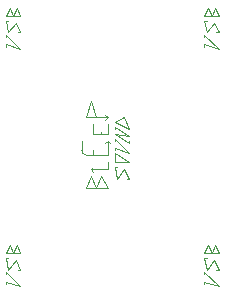
<source format=gto>
G04 #@! TF.GenerationSoftware,KiCad,Pcbnew,7.0.7-7.0.7~ubuntu22.04.1*
G04 #@! TF.CreationDate,2023-10-15T17:29:54+01:00*
G04 #@! TF.ProjectId,USB_distri,5553425f-6469-4737-9472-692e6b696361,rev?*
G04 #@! TF.SameCoordinates,Original*
G04 #@! TF.FileFunction,Legend,Top*
G04 #@! TF.FilePolarity,Positive*
%FSLAX46Y46*%
G04 Gerber Fmt 4.6, Leading zero omitted, Abs format (unit mm)*
G04 Created by KiCad (PCBNEW 7.0.7-7.0.7~ubuntu22.04.1) date 2023-10-15 17:29:54*
%MOMM*%
%LPD*%
G01*
G04 APERTURE LIST*
%ADD10C,0.120000*%
%ADD11O,4.200000X6.700000*%
%ADD12C,3.200000*%
G04 APERTURE END LIST*
D10*
X146300000Y-112600000D02*
X146300000Y-112800000D01*
X144300000Y-110400000D02*
X144700000Y-111800000D01*
X138300000Y-103200000D02*
X138000000Y-102500000D01*
X155100000Y-106000000D02*
X153900000Y-104800000D01*
X137900000Y-123900000D02*
X138300000Y-124700000D01*
X145100000Y-113200000D02*
X145100000Y-113000000D01*
X153900000Y-105600000D02*
X155100000Y-106000000D01*
X153900000Y-123700000D02*
X154100000Y-123700000D01*
X153900000Y-103200000D02*
X155100000Y-103200000D01*
X137400000Y-102500000D02*
X137100000Y-103200000D01*
X155100000Y-124700000D02*
X154900000Y-124700000D01*
X143900000Y-111800000D02*
X144300000Y-110400000D01*
X137100000Y-125700000D02*
X137100000Y-125900000D01*
X145700000Y-113200000D02*
X145700000Y-112400000D01*
X155100000Y-103200000D02*
X154800000Y-102500000D01*
X153900000Y-103200000D02*
X155100000Y-103200000D01*
X154100000Y-104600000D02*
X154700000Y-103800000D01*
X143900000Y-115000000D02*
X145700000Y-115000000D01*
X146300000Y-113600000D02*
X146300000Y-113800000D01*
X153900000Y-104800000D02*
X153900000Y-105000000D01*
X154800000Y-102500000D02*
X154500000Y-103200000D01*
X154100000Y-104600000D02*
X154700000Y-103800000D01*
X153900000Y-105600000D02*
X153900000Y-105800000D01*
X154200000Y-122600000D02*
X153900000Y-123300000D01*
X143900000Y-111800000D02*
X145700000Y-111800000D01*
X146300000Y-116000000D02*
X146500000Y-117000000D01*
X155100000Y-104600000D02*
X154900000Y-104600000D01*
X137900000Y-103800000D02*
X138300000Y-104600000D01*
X147500000Y-115600000D02*
X146300000Y-114800000D01*
X145700000Y-113800000D02*
X145500000Y-114000000D01*
X144300000Y-116200000D02*
X145700000Y-116200000D01*
X145700000Y-116200000D02*
X145700000Y-115600000D01*
X154700000Y-103800000D02*
X155100000Y-104600000D01*
X144500000Y-113200000D02*
X144500000Y-112400000D01*
X137100000Y-103600000D02*
X137300000Y-103600000D01*
X137100000Y-104800000D02*
X137100000Y-105000000D01*
X154100000Y-124700000D02*
X154700000Y-123900000D01*
X153900000Y-103600000D02*
X154100000Y-103600000D01*
X137900000Y-103800000D02*
X138300000Y-104600000D01*
X144300000Y-116200000D02*
X144500000Y-116400000D01*
X147500000Y-112800000D02*
X147100000Y-111800000D01*
X137300000Y-104600000D02*
X137900000Y-103800000D01*
X146300000Y-116000000D02*
X146500000Y-116000000D01*
X153900000Y-104800000D02*
X153900000Y-105000000D01*
X137100000Y-103200000D02*
X138300000Y-103200000D01*
X137100000Y-105600000D02*
X137100000Y-105800000D01*
X155100000Y-126100000D02*
X153900000Y-124900000D01*
X137400000Y-102500000D02*
X137100000Y-103200000D01*
X137700000Y-103200000D02*
X137400000Y-102500000D01*
X146300000Y-114800000D02*
X146300000Y-115600000D01*
X154700000Y-103800000D02*
X155100000Y-104600000D01*
X153900000Y-103600000D02*
X154100000Y-104600000D01*
X137100000Y-123300000D02*
X138300000Y-123300000D01*
X138300000Y-103200000D02*
X138000000Y-102500000D01*
X138300000Y-106000000D02*
X137100000Y-104800000D01*
X153900000Y-124900000D02*
X153900000Y-125100000D01*
X154800000Y-122600000D02*
X154500000Y-123300000D01*
X155100000Y-104600000D02*
X154900000Y-104600000D01*
X137300000Y-104600000D02*
X137900000Y-103800000D01*
X137100000Y-123700000D02*
X137300000Y-124700000D01*
X146300000Y-115600000D02*
X147500000Y-115600000D01*
X145700000Y-113800000D02*
X145900000Y-114000000D01*
X143500000Y-114600000D02*
X143500000Y-113800000D01*
X137100000Y-105600000D02*
X138300000Y-106000000D01*
X137300000Y-124700000D02*
X137900000Y-123900000D01*
X137100000Y-103600000D02*
X137300000Y-104600000D01*
X147500000Y-113400000D02*
X146300000Y-112600000D01*
X138300000Y-106000000D02*
X137100000Y-104800000D01*
X138000000Y-102500000D02*
X137700000Y-103200000D01*
X138300000Y-124700000D02*
X138100000Y-124700000D01*
X154500000Y-103200000D02*
X154200000Y-102500000D01*
X154700000Y-123900000D02*
X155100000Y-124700000D01*
X146500000Y-117000000D02*
X147100000Y-116200000D01*
X137100000Y-123700000D02*
X137300000Y-123700000D01*
X146300000Y-114400000D02*
X147500000Y-114800000D01*
X155100000Y-106000000D02*
X153900000Y-104800000D01*
X145700000Y-115000000D02*
X145700000Y-113800000D01*
X155100000Y-123300000D02*
X154800000Y-122600000D01*
X143900000Y-117800000D02*
X145700000Y-117800000D01*
X138300000Y-123300000D02*
X138000000Y-122600000D01*
X145700000Y-111800000D02*
X145500000Y-111800000D01*
X138000000Y-102500000D02*
X137700000Y-103200000D01*
X137100000Y-104800000D02*
X137100000Y-105000000D01*
X154500000Y-103200000D02*
X154200000Y-102500000D01*
X137700000Y-123300000D02*
X137400000Y-122600000D01*
X137100000Y-103600000D02*
X137300000Y-104600000D01*
X145700000Y-117800000D02*
X145100000Y-116800000D01*
X146300000Y-114400000D02*
X146300000Y-114600000D01*
X137100000Y-103600000D02*
X137300000Y-103600000D01*
X153900000Y-105600000D02*
X155100000Y-106000000D01*
X137100000Y-124900000D02*
X137100000Y-125100000D01*
X143500000Y-114600000D02*
G75*
G03*
X143900000Y-115000000I400000J0D01*
G01*
X144500000Y-115000000D02*
X144500000Y-114600000D01*
X146300000Y-112200000D02*
X147100000Y-111800000D01*
X153900000Y-125700000D02*
X153900000Y-125900000D01*
X153900000Y-123700000D02*
X154100000Y-124700000D01*
X153900000Y-105600000D02*
X153900000Y-105800000D01*
X144300000Y-116800000D02*
X143900000Y-117800000D01*
X137100000Y-105600000D02*
X138300000Y-106000000D01*
X154200000Y-102500000D02*
X153900000Y-103200000D01*
X147500000Y-114000000D02*
X147500000Y-113800000D01*
X137100000Y-103200000D02*
X138300000Y-103200000D01*
X147500000Y-114800000D02*
X146300000Y-113600000D01*
X144300000Y-116200000D02*
X144500000Y-116000000D01*
X138000000Y-122600000D02*
X137700000Y-123300000D01*
X137100000Y-125700000D02*
X138300000Y-126100000D01*
X145100000Y-116800000D02*
X144700000Y-117800000D01*
X146300000Y-112200000D02*
X147500000Y-112800000D01*
X154200000Y-102500000D02*
X153900000Y-103200000D01*
X154800000Y-102500000D02*
X154500000Y-103200000D01*
X153900000Y-103600000D02*
X154100000Y-104600000D01*
X153900000Y-125700000D02*
X155100000Y-126100000D01*
X153900000Y-103600000D02*
X154100000Y-103600000D01*
X146300000Y-113200000D02*
X147500000Y-114000000D01*
X147100000Y-116200000D02*
X147500000Y-117000000D01*
X144500000Y-113200000D02*
X145700000Y-113200000D01*
X144700000Y-117800000D02*
X144300000Y-116800000D01*
X153900000Y-123300000D02*
X155100000Y-123300000D01*
X137700000Y-103200000D02*
X137400000Y-102500000D01*
X147500000Y-117000000D02*
X147300000Y-117000000D01*
X137100000Y-105600000D02*
X137100000Y-105800000D01*
X138300000Y-126100000D02*
X137100000Y-124900000D01*
X145500000Y-112000000D02*
X145700000Y-111800000D01*
X137400000Y-122600000D02*
X137100000Y-123300000D01*
X154500000Y-123300000D02*
X154200000Y-122600000D01*
X138300000Y-104600000D02*
X138100000Y-104600000D01*
X138300000Y-104600000D02*
X138100000Y-104600000D01*
X146300000Y-113200000D02*
X147500000Y-113400000D01*
X145700000Y-111800000D02*
X145500000Y-111600000D01*
X155100000Y-103200000D02*
X154800000Y-102500000D01*
%LPC*%
D11*
X162800000Y-121900000D03*
D12*
X153300000Y-114400000D03*
X138550000Y-114400000D03*
D11*
X129150000Y-106900000D03*
%LPD*%
M02*

</source>
